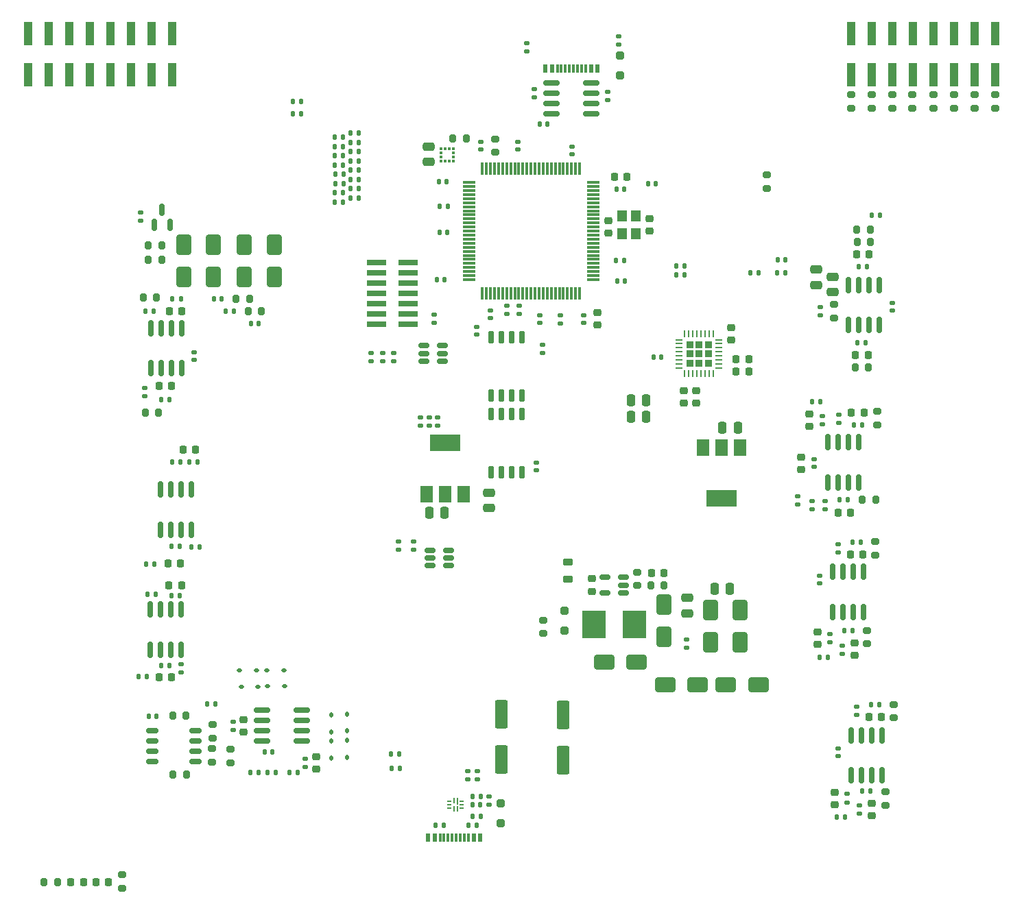
<source format=gbr>
G04 #@! TF.GenerationSoftware,KiCad,Pcbnew,7.0.11*
G04 #@! TF.CreationDate,2024-07-12T12:59:49+02:00*
G04 #@! TF.ProjectId,plinkyblack_hwmidi_jacks,706c696e-6b79-4626-9c61-636b5f68776d,rev?*
G04 #@! TF.SameCoordinates,Original*
G04 #@! TF.FileFunction,Paste,Top*
G04 #@! TF.FilePolarity,Positive*
%FSLAX46Y46*%
G04 Gerber Fmt 4.6, Leading zero omitted, Abs format (unit mm)*
G04 Created by KiCad (PCBNEW 7.0.11) date 2024-07-12 12:59:49*
%MOMM*%
%LPD*%
G01*
G04 APERTURE LIST*
G04 Aperture macros list*
%AMRoundRect*
0 Rectangle with rounded corners*
0 $1 Rounding radius*
0 $2 $3 $4 $5 $6 $7 $8 $9 X,Y pos of 4 corners*
0 Add a 4 corners polygon primitive as box body*
4,1,4,$2,$3,$4,$5,$6,$7,$8,$9,$2,$3,0*
0 Add four circle primitives for the rounded corners*
1,1,$1+$1,$2,$3*
1,1,$1+$1,$4,$5*
1,1,$1+$1,$6,$7*
1,1,$1+$1,$8,$9*
0 Add four rect primitives between the rounded corners*
20,1,$1+$1,$2,$3,$4,$5,0*
20,1,$1+$1,$4,$5,$6,$7,0*
20,1,$1+$1,$6,$7,$8,$9,0*
20,1,$1+$1,$8,$9,$2,$3,0*%
G04 Aperture macros list end*
%ADD10R,1.000000X3.000000*%
%ADD11RoundRect,0.250000X0.250000X0.475000X-0.250000X0.475000X-0.250000X-0.475000X0.250000X-0.475000X0*%
%ADD12RoundRect,0.250000X-0.250000X-0.475000X0.250000X-0.475000X0.250000X0.475000X-0.250000X0.475000X0*%
%ADD13RoundRect,0.225000X-0.225000X-0.250000X0.225000X-0.250000X0.225000X0.250000X-0.225000X0.250000X0*%
%ADD14RoundRect,0.140000X-0.170000X0.140000X-0.170000X-0.140000X0.170000X-0.140000X0.170000X0.140000X0*%
%ADD15RoundRect,0.225000X0.225000X0.250000X-0.225000X0.250000X-0.225000X-0.250000X0.225000X-0.250000X0*%
%ADD16RoundRect,0.140000X0.140000X0.170000X-0.140000X0.170000X-0.140000X-0.170000X0.140000X-0.170000X0*%
%ADD17RoundRect,0.250000X-0.550000X1.500000X-0.550000X-1.500000X0.550000X-1.500000X0.550000X1.500000X0*%
%ADD18RoundRect,0.225000X0.250000X-0.225000X0.250000X0.225000X-0.250000X0.225000X-0.250000X-0.225000X0*%
%ADD19RoundRect,0.135000X-0.185000X0.135000X-0.185000X-0.135000X0.185000X-0.135000X0.185000X0.135000X0*%
%ADD20RoundRect,0.135000X-0.135000X-0.185000X0.135000X-0.185000X0.135000X0.185000X-0.135000X0.185000X0*%
%ADD21RoundRect,0.200000X0.275000X-0.200000X0.275000X0.200000X-0.275000X0.200000X-0.275000X-0.200000X0*%
%ADD22RoundRect,0.200000X0.200000X0.275000X-0.200000X0.275000X-0.200000X-0.275000X0.200000X-0.275000X0*%
%ADD23RoundRect,0.135000X0.135000X0.185000X-0.135000X0.185000X-0.135000X-0.185000X0.135000X-0.185000X0*%
%ADD24RoundRect,0.135000X0.185000X-0.135000X0.185000X0.135000X-0.185000X0.135000X-0.185000X-0.135000X0*%
%ADD25RoundRect,0.200000X-0.275000X0.200000X-0.275000X-0.200000X0.275000X-0.200000X0.275000X0.200000X0*%
%ADD26RoundRect,0.150000X-0.150000X0.825000X-0.150000X-0.825000X0.150000X-0.825000X0.150000X0.825000X0*%
%ADD27R,1.500000X2.000000*%
%ADD28R,3.800000X2.000000*%
%ADD29RoundRect,0.150000X0.150000X-0.825000X0.150000X0.825000X-0.150000X0.825000X-0.150000X-0.825000X0*%
%ADD30RoundRect,0.140000X0.170000X-0.140000X0.170000X0.140000X-0.170000X0.140000X-0.170000X-0.140000X0*%
%ADD31RoundRect,0.140000X-0.140000X-0.170000X0.140000X-0.170000X0.140000X0.170000X-0.140000X0.170000X0*%
%ADD32RoundRect,0.250000X-0.475000X0.250000X-0.475000X-0.250000X0.475000X-0.250000X0.475000X0.250000X0*%
%ADD33RoundRect,0.225000X-0.250000X0.225000X-0.250000X-0.225000X0.250000X-0.225000X0.250000X0.225000X0*%
%ADD34R,1.200000X1.400000*%
%ADD35RoundRect,0.232500X-0.232500X0.232500X-0.232500X-0.232500X0.232500X-0.232500X0.232500X0.232500X0*%
%ADD36RoundRect,0.062500X-0.062500X0.375000X-0.062500X-0.375000X0.062500X-0.375000X0.062500X0.375000X0*%
%ADD37RoundRect,0.062500X-0.375000X0.062500X-0.375000X-0.062500X0.375000X-0.062500X0.375000X0.062500X0*%
%ADD38RoundRect,0.150000X0.150000X-0.650000X0.150000X0.650000X-0.150000X0.650000X-0.150000X-0.650000X0*%
%ADD39RoundRect,0.075000X0.725000X0.075000X-0.725000X0.075000X-0.725000X-0.075000X0.725000X-0.075000X0*%
%ADD40RoundRect,0.075000X0.075000X0.725000X-0.075000X0.725000X-0.075000X-0.725000X0.075000X-0.725000X0*%
%ADD41R,2.400000X0.740000*%
%ADD42RoundRect,0.218750X-0.381250X0.218750X-0.381250X-0.218750X0.381250X-0.218750X0.381250X0.218750X0*%
%ADD43RoundRect,0.250000X0.475000X-0.250000X0.475000X0.250000X-0.475000X0.250000X-0.475000X-0.250000X0*%
%ADD44RoundRect,0.250000X-0.650000X1.000000X-0.650000X-1.000000X0.650000X-1.000000X0.650000X1.000000X0*%
%ADD45RoundRect,0.250000X0.650000X-1.000000X0.650000X1.000000X-0.650000X1.000000X-0.650000X-1.000000X0*%
%ADD46R,3.000000X3.500000*%
%ADD47RoundRect,0.150000X0.512500X0.150000X-0.512500X0.150000X-0.512500X-0.150000X0.512500X-0.150000X0*%
%ADD48RoundRect,0.250000X-0.250000X0.250000X-0.250000X-0.250000X0.250000X-0.250000X0.250000X0.250000X0*%
%ADD49RoundRect,0.150000X0.150000X-0.587500X0.150000X0.587500X-0.150000X0.587500X-0.150000X-0.587500X0*%
%ADD50RoundRect,0.150000X-0.150000X0.650000X-0.150000X-0.650000X0.150000X-0.650000X0.150000X0.650000X0*%
%ADD51RoundRect,0.200000X-0.200000X-0.275000X0.200000X-0.275000X0.200000X0.275000X-0.200000X0.275000X0*%
%ADD52RoundRect,0.150000X0.825000X0.150000X-0.825000X0.150000X-0.825000X-0.150000X0.825000X-0.150000X0*%
%ADD53RoundRect,0.250000X-1.000000X-0.650000X1.000000X-0.650000X1.000000X0.650000X-1.000000X0.650000X0*%
%ADD54R,0.375000X0.350000*%
%ADD55R,0.350000X0.375000*%
%ADD56RoundRect,0.112500X-0.187500X-0.112500X0.187500X-0.112500X0.187500X0.112500X-0.187500X0.112500X0*%
%ADD57RoundRect,0.112500X0.187500X0.112500X-0.187500X0.112500X-0.187500X-0.112500X0.187500X-0.112500X0*%
%ADD58RoundRect,0.112500X0.112500X-0.187500X0.112500X0.187500X-0.112500X0.187500X-0.112500X-0.187500X0*%
%ADD59RoundRect,0.112500X-0.112500X0.187500X-0.112500X-0.187500X0.112500X-0.187500X0.112500X0.187500X0*%
%ADD60RoundRect,0.150000X0.625000X0.150000X-0.625000X0.150000X-0.625000X-0.150000X0.625000X-0.150000X0*%
%ADD61R,0.600000X1.140000*%
%ADD62R,0.300000X1.140000*%
%ADD63RoundRect,0.050000X-0.050000X0.362500X-0.050000X-0.362500X0.050000X-0.362500X0.050000X0.362500X0*%
%ADD64RoundRect,0.050000X-0.050000X0.312500X-0.050000X-0.312500X0.050000X-0.312500X0.050000X0.312500X0*%
%ADD65RoundRect,0.050000X-0.225000X0.050000X-0.225000X-0.050000X0.225000X-0.050000X0.225000X0.050000X0*%
%ADD66RoundRect,0.050000X-0.050000X0.325000X-0.050000X-0.325000X0.050000X-0.325000X0.050000X0.325000X0*%
%ADD67RoundRect,0.250000X1.000000X0.650000X-1.000000X0.650000X-1.000000X-0.650000X1.000000X-0.650000X0*%
%ADD68RoundRect,0.150000X-0.512500X-0.150000X0.512500X-0.150000X0.512500X0.150000X-0.512500X0.150000X0*%
%ADD69RoundRect,0.218750X0.218750X0.256250X-0.218750X0.256250X-0.218750X-0.256250X0.218750X-0.256250X0*%
%ADD70RoundRect,0.218750X-0.218750X-0.256250X0.218750X-0.256250X0.218750X0.256250X-0.218750X0.256250X0*%
G04 APERTURE END LIST*
D10*
X34290000Y-33000000D03*
X34290000Y-27960000D03*
X31750000Y-33000000D03*
X31750000Y-27960000D03*
X29210000Y-33000000D03*
X29210000Y-27960000D03*
X26670000Y-33000000D03*
X26670000Y-27960000D03*
X24130000Y-33000000D03*
X24130000Y-27960000D03*
X21590000Y-33000000D03*
X21590000Y-27960000D03*
X19050000Y-33000000D03*
X19050000Y-27960000D03*
X16510000Y-33000000D03*
X16510000Y-27960000D03*
X118110000Y-27960000D03*
X118110000Y-33000000D03*
X120650000Y-27960000D03*
X120650000Y-33000000D03*
X123190000Y-27960000D03*
X123190000Y-33000000D03*
X125730000Y-27960000D03*
X125730000Y-33000000D03*
X128270000Y-27960000D03*
X128270000Y-33000000D03*
X130810000Y-27960000D03*
X130810000Y-33000000D03*
X133350000Y-27960000D03*
X133350000Y-33000000D03*
X135890000Y-27960000D03*
X135890000Y-33000000D03*
D11*
X67904400Y-87147400D03*
X66004400Y-87147400D03*
D12*
X102161300Y-76619100D03*
X104061300Y-76619100D03*
D13*
X118605000Y-67691000D03*
X120155000Y-67691000D03*
X118732000Y-55245000D03*
X120282000Y-55245000D03*
D14*
X114173000Y-94897000D03*
X114173000Y-95857000D03*
D15*
X37144083Y-79349600D03*
X35594083Y-79349600D03*
X35300081Y-93377518D03*
X33750081Y-93377518D03*
D16*
X37610793Y-91356981D03*
X36650793Y-91356981D03*
D17*
X74930000Y-112008000D03*
X74930000Y-117608000D03*
D18*
X116078000Y-123203000D03*
X116078000Y-121653000D03*
X113919000Y-103391000D03*
X113919000Y-101841000D03*
X118491000Y-104788000D03*
X118491000Y-103238000D03*
D14*
X116459000Y-116233000D03*
X116459000Y-117193000D03*
D19*
X114300000Y-61720000D03*
X114300000Y-62740000D03*
D20*
X120648000Y-50419000D03*
X121668000Y-50419000D03*
D21*
X115951000Y-63055000D03*
X115951000Y-61405000D03*
D20*
X118870000Y-66167000D03*
X119890000Y-66167000D03*
X118972000Y-56769000D03*
X119992000Y-56769000D03*
D22*
X120205000Y-69215000D03*
X118555000Y-69215000D03*
D23*
X35272794Y-80892769D03*
X34252794Y-80892769D03*
X32073622Y-93463835D03*
X31053622Y-93463835D03*
X37418947Y-80890763D03*
X36398947Y-80890763D03*
X35202516Y-91312482D03*
X34182516Y-91312482D03*
D19*
X70776374Y-119067312D03*
X70776374Y-120087312D03*
X117551000Y-121893000D03*
X117551000Y-122913000D03*
D23*
X115191000Y-105029000D03*
X114171000Y-105029000D03*
X117350000Y-124714000D03*
X116330000Y-124714000D03*
D20*
X119429000Y-121539000D03*
X120449000Y-121539000D03*
D19*
X115443000Y-102106000D03*
X115443000Y-103126000D03*
D20*
X117219000Y-101727000D03*
X118239000Y-101727000D03*
D24*
X118745000Y-112143000D03*
X118745000Y-111123000D03*
X116459000Y-92077000D03*
X116459000Y-91057000D03*
D23*
X121541000Y-110871000D03*
X120521000Y-110871000D03*
D21*
X122301000Y-123253000D03*
X122301000Y-121603000D03*
X120015000Y-103314000D03*
X120015000Y-101664000D03*
D25*
X123317000Y-110808000D03*
X123317000Y-112458000D03*
X121031000Y-90716500D03*
X121031000Y-92366500D03*
D26*
X36601834Y-84293010D03*
X35331834Y-84293010D03*
X34061834Y-84293010D03*
X32791834Y-84293010D03*
X32791834Y-89243010D03*
X34061834Y-89243010D03*
X35331834Y-89243010D03*
X36601834Y-89243010D03*
D27*
X65670400Y-84836400D03*
X67970400Y-84836400D03*
D28*
X67970400Y-78536400D03*
D27*
X70270400Y-84836400D03*
X104395300Y-79057100D03*
X102095300Y-79057100D03*
D28*
X102095300Y-85357100D03*
D27*
X99795300Y-79057100D03*
D29*
X117729000Y-63943000D03*
X118999000Y-63943000D03*
X120269000Y-63943000D03*
X121539000Y-63943000D03*
X121539000Y-58993000D03*
X120269000Y-58993000D03*
X118999000Y-58993000D03*
X117729000Y-58993000D03*
D26*
X119634000Y-94426000D03*
X118364000Y-94426000D03*
X117094000Y-94426000D03*
X115824000Y-94426000D03*
X115824000Y-99376000D03*
X117094000Y-99376000D03*
X118364000Y-99376000D03*
X119634000Y-99376000D03*
X121920000Y-114619000D03*
X120650000Y-114619000D03*
X119380000Y-114619000D03*
X118110000Y-114619000D03*
X118110000Y-119569000D03*
X119380000Y-119569000D03*
X120650000Y-119569000D03*
X121920000Y-119569000D03*
D15*
X121806000Y-112395000D03*
X120256000Y-112395000D03*
D30*
X123190000Y-62202000D03*
X123190000Y-61242000D03*
D21*
X118110000Y-37147000D03*
X118110000Y-35497000D03*
X120650000Y-37147000D03*
X120650000Y-35497000D03*
X123190000Y-37147000D03*
X123190000Y-35497000D03*
X125603000Y-37147000D03*
X125603000Y-35497000D03*
X128270000Y-37147000D03*
X128270000Y-35497000D03*
X130810000Y-37172000D03*
X130810000Y-35522000D03*
X133350000Y-37147000D03*
X133350000Y-35497000D03*
X135890000Y-37147000D03*
X135890000Y-35497000D03*
D23*
X33938107Y-105996078D03*
X32918107Y-105996078D03*
X35157191Y-97358739D03*
X34137191Y-97358739D03*
X31084932Y-107396728D03*
X30064932Y-107396728D03*
X32252140Y-97229049D03*
X31232140Y-97229049D03*
D15*
X34151231Y-107422665D03*
X32601231Y-107422665D03*
X35396253Y-96087779D03*
X33846253Y-96087779D03*
D30*
X35357394Y-106835759D03*
X35357394Y-105875759D03*
D26*
X35359045Y-99085688D03*
X34089045Y-99085688D03*
X32819045Y-99085688D03*
X31549045Y-99085688D03*
X31549045Y-104035688D03*
X32819045Y-104035688D03*
X34089045Y-104035688D03*
X35359045Y-104035688D03*
D24*
X119126000Y-124335000D03*
X119126000Y-123315000D03*
X116967000Y-104586500D03*
X116967000Y-103566500D03*
D18*
X120650000Y-124600000D03*
X120650000Y-123050000D03*
D31*
X92992000Y-46482000D03*
X93952000Y-46482000D03*
D22*
X45275000Y-62230000D03*
X43625000Y-62230000D03*
D23*
X41912000Y-62230000D03*
X40892000Y-62230000D03*
D22*
X43776400Y-60706000D03*
X42126400Y-60706000D03*
D23*
X97538000Y-56642000D03*
X96518000Y-56642000D03*
D25*
X121285000Y-74613000D03*
X121285000Y-76263000D03*
D17*
X82550000Y-112135000D03*
X82550000Y-117735000D03*
D23*
X39551201Y-110771003D03*
X38531201Y-110771003D03*
D11*
X92771000Y-75311000D03*
X90871000Y-75311000D03*
X92771000Y-73279000D03*
X90871000Y-73279000D03*
D32*
X73406000Y-84648000D03*
X73406000Y-86548000D03*
D31*
X39398000Y-60706000D03*
X40358000Y-60706000D03*
D13*
X118097000Y-74739500D03*
X119647000Y-74739500D03*
D23*
X57279000Y-48260000D03*
X56259000Y-48260000D03*
X57279000Y-43688000D03*
X56259000Y-43688000D03*
X57279000Y-47117000D03*
X56259000Y-47117000D03*
X57279000Y-41402000D03*
X56259000Y-41402000D03*
X57279000Y-42545000D03*
X56259000Y-42545000D03*
D20*
X54354000Y-41910000D03*
X55374000Y-41910000D03*
D23*
X57279000Y-45974000D03*
X56259000Y-45974000D03*
D20*
X54354000Y-48768000D03*
X55374000Y-48768000D03*
X54354000Y-47625000D03*
X55374000Y-47625000D03*
X54354000Y-44196000D03*
X55374000Y-44196000D03*
X54354000Y-40767000D03*
X55374000Y-40767000D03*
X54377000Y-45339000D03*
X55397000Y-45339000D03*
X54354000Y-43053000D03*
X55374000Y-43053000D03*
D23*
X57279000Y-44831000D03*
X56259000Y-44831000D03*
X57279000Y-40259000D03*
X56259000Y-40259000D03*
D20*
X54377000Y-46482000D03*
X55397000Y-46482000D03*
D22*
X120459000Y-53721000D03*
X118809000Y-53721000D03*
D31*
X89055000Y-56007000D03*
X90015000Y-56007000D03*
D18*
X93218000Y-52337000D03*
X93218000Y-50787000D03*
D30*
X83600000Y-42880000D03*
X83600000Y-41920000D03*
X72390000Y-42263000D03*
X72390000Y-41303000D03*
D16*
X67853500Y-58318400D03*
X66893500Y-58318400D03*
D31*
X93665100Y-67894200D03*
X94625100Y-67894200D03*
D15*
X105423000Y-69723000D03*
X103873000Y-69723000D03*
D33*
X98907600Y-72072200D03*
X98907600Y-73622200D03*
X97383600Y-72072200D03*
X97383600Y-73622200D03*
X86741000Y-62432900D03*
X86741000Y-63982900D03*
D18*
X103251000Y-65799000D03*
X103251000Y-64249000D03*
D13*
X103873000Y-68148200D03*
X105423000Y-68148200D03*
D19*
X82169000Y-62736000D03*
X82169000Y-63756000D03*
D25*
X74168000Y-40958000D03*
X74168000Y-42608000D03*
D22*
X70548000Y-40894000D03*
X68898000Y-40894000D03*
D16*
X90142000Y-58521600D03*
X89182000Y-58521600D03*
D34*
X91528000Y-52662000D03*
X91528000Y-50462000D03*
X89828000Y-50462000D03*
X89828000Y-52662000D03*
D14*
X76936600Y-41303000D03*
X76936600Y-42263000D03*
D35*
X100438600Y-66363200D03*
X99288600Y-66363200D03*
X98138600Y-66363200D03*
X100438600Y-67513200D03*
X99288600Y-67513200D03*
X98138600Y-67513200D03*
X100438600Y-68663200D03*
X99288600Y-68663200D03*
X98138600Y-68663200D03*
D36*
X101038600Y-65075700D03*
X100538600Y-65075700D03*
X100038600Y-65075700D03*
X99538600Y-65075700D03*
X99038600Y-65075700D03*
X98538600Y-65075700D03*
X98038600Y-65075700D03*
X97538600Y-65075700D03*
D37*
X96851100Y-65763200D03*
X96851100Y-66263200D03*
X96851100Y-66763200D03*
X96851100Y-67263200D03*
X96851100Y-67763200D03*
X96851100Y-68263200D03*
X96851100Y-68763200D03*
X96851100Y-69263200D03*
D36*
X97538600Y-69950700D03*
X98038600Y-69950700D03*
X98538600Y-69950700D03*
X99038600Y-69950700D03*
X99538600Y-69950700D03*
X100038600Y-69950700D03*
X100538600Y-69950700D03*
X101038600Y-69950700D03*
D37*
X101726100Y-69263200D03*
X101726100Y-68763200D03*
X101726100Y-68263200D03*
X101726100Y-67763200D03*
X101726100Y-67263200D03*
X101726100Y-66763200D03*
X101726100Y-66263200D03*
X101726100Y-65763200D03*
D30*
X73533000Y-63091000D03*
X73533000Y-62131000D03*
D31*
X89118500Y-47205900D03*
X90078500Y-47205900D03*
D30*
X79629000Y-63726000D03*
X79629000Y-62766000D03*
D31*
X67312600Y-49326800D03*
X68272600Y-49326800D03*
D14*
X85090000Y-62727900D03*
X85090000Y-63687900D03*
D31*
X67160200Y-46278800D03*
X68120200Y-46278800D03*
X67261800Y-52527200D03*
X68221800Y-52527200D03*
D38*
X73660000Y-72688000D03*
X74930000Y-72688000D03*
X76200000Y-72688000D03*
X77470000Y-72688000D03*
X77470000Y-65488000D03*
X76200000Y-65488000D03*
X74930000Y-65488000D03*
X73660000Y-65488000D03*
D30*
X71882000Y-65123000D03*
X71882000Y-64163000D03*
D39*
X86224500Y-58349400D03*
X86224500Y-57849400D03*
X86224500Y-57349400D03*
X86224500Y-56849400D03*
X86224500Y-56349400D03*
X86224500Y-55849400D03*
X86224500Y-55349400D03*
X86224500Y-54849400D03*
X86224500Y-54349400D03*
X86224500Y-53849400D03*
X86224500Y-53349400D03*
X86224500Y-52849400D03*
X86224500Y-52349400D03*
X86224500Y-51849400D03*
X86224500Y-51349400D03*
X86224500Y-50849400D03*
X86224500Y-50349400D03*
X86224500Y-49849400D03*
X86224500Y-49349400D03*
X86224500Y-48849400D03*
X86224500Y-48349400D03*
X86224500Y-47849400D03*
X86224500Y-47349400D03*
X86224500Y-46849400D03*
X86224500Y-46349400D03*
D40*
X84549500Y-44674400D03*
X84049500Y-44674400D03*
X83549500Y-44674400D03*
X83049500Y-44674400D03*
X82549500Y-44674400D03*
X82049500Y-44674400D03*
X81549500Y-44674400D03*
X81049500Y-44674400D03*
X80549500Y-44674400D03*
X80049500Y-44674400D03*
X79549500Y-44674400D03*
X79049500Y-44674400D03*
X78549500Y-44674400D03*
X78049500Y-44674400D03*
X77549500Y-44674400D03*
X77049500Y-44674400D03*
X76549500Y-44674400D03*
X76049500Y-44674400D03*
X75549500Y-44674400D03*
X75049500Y-44674400D03*
X74549500Y-44674400D03*
X74049500Y-44674400D03*
X73549500Y-44674400D03*
X73049500Y-44674400D03*
X72549500Y-44674400D03*
D39*
X70874500Y-46349400D03*
X70874500Y-46849400D03*
X70874500Y-47349400D03*
X70874500Y-47849400D03*
X70874500Y-48349400D03*
X70874500Y-48849400D03*
X70874500Y-49349400D03*
X70874500Y-49849400D03*
X70874500Y-50349400D03*
X70874500Y-50849400D03*
X70874500Y-51349400D03*
X70874500Y-51849400D03*
X70874500Y-52349400D03*
X70874500Y-52849400D03*
X70874500Y-53349400D03*
X70874500Y-53849400D03*
X70874500Y-54349400D03*
X70874500Y-54849400D03*
X70874500Y-55349400D03*
X70874500Y-55849400D03*
X70874500Y-56349400D03*
X70874500Y-56849400D03*
X70874500Y-57349400D03*
X70874500Y-57849400D03*
X70874500Y-58349400D03*
D40*
X72549500Y-60024400D03*
X73049500Y-60024400D03*
X73549500Y-60024400D03*
X74049500Y-60024400D03*
X74549500Y-60024400D03*
X75049500Y-60024400D03*
X75549500Y-60024400D03*
X76049500Y-60024400D03*
X76549500Y-60024400D03*
X77049500Y-60024400D03*
X77549500Y-60024400D03*
X78049500Y-60024400D03*
X78549500Y-60024400D03*
X79049500Y-60024400D03*
X79549500Y-60024400D03*
X80049500Y-60024400D03*
X80549500Y-60024400D03*
X81049500Y-60024400D03*
X81549500Y-60024400D03*
X82049500Y-60024400D03*
X82549500Y-60024400D03*
X83049500Y-60024400D03*
X83549500Y-60024400D03*
X84049500Y-60024400D03*
X84549500Y-60024400D03*
D33*
X112903000Y-74917000D03*
X112903000Y-76467000D03*
D13*
X116446000Y-87122000D03*
X117996000Y-87122000D03*
D33*
X111887000Y-80251000D03*
X111887000Y-81801000D03*
D14*
X113538000Y-80546000D03*
X113538000Y-81506000D03*
D23*
X114238000Y-73406000D03*
X113218000Y-73406000D03*
D22*
X121094000Y-85534500D03*
X119444000Y-85534500D03*
D20*
X116648000Y-85534500D03*
X117668000Y-85534500D03*
D26*
X118999000Y-78424000D03*
X117729000Y-78424000D03*
X116459000Y-78424000D03*
X115189000Y-78424000D03*
X115189000Y-83374000D03*
X116459000Y-83374000D03*
X117729000Y-83374000D03*
X118999000Y-83374000D03*
D20*
X118388000Y-76327000D03*
X119408000Y-76327000D03*
D19*
X113284000Y-85723000D03*
X113284000Y-86743000D03*
D24*
X111506000Y-86108000D03*
X111506000Y-85088000D03*
D19*
X116586000Y-74991500D03*
X116586000Y-76011500D03*
D24*
X114872000Y-86743000D03*
X114872000Y-85723000D03*
X114554000Y-76202000D03*
X114554000Y-75182000D03*
D16*
X44930000Y-63754000D03*
X43970000Y-63754000D03*
D13*
X88823500Y-45681900D03*
X90373500Y-45681900D03*
D41*
X59518000Y-56261000D03*
X63418000Y-56261000D03*
X59518000Y-57531000D03*
X63418000Y-57531000D03*
X59518000Y-58801000D03*
X63418000Y-58801000D03*
X59518000Y-60071000D03*
X63418000Y-60071000D03*
X59518000Y-61341000D03*
X63418000Y-61341000D03*
X59518000Y-62611000D03*
X63418000Y-62611000D03*
X59518000Y-63881000D03*
X63418000Y-63881000D03*
D14*
X66600000Y-62700000D03*
X66600000Y-63660000D03*
D33*
X88138000Y-51041000D03*
X88138000Y-52591000D03*
D16*
X109954000Y-55880000D03*
X108994000Y-55880000D03*
D23*
X106682000Y-57531000D03*
X105662000Y-57531000D03*
X109984000Y-57531000D03*
X108964000Y-57531000D03*
D42*
X83123000Y-93234500D03*
X83123000Y-95359500D03*
D31*
X49177000Y-36322000D03*
X50137000Y-36322000D03*
D43*
X115824000Y-59878000D03*
X115824000Y-57978000D03*
D32*
X113792000Y-57089000D03*
X113792000Y-58989000D03*
D22*
X120433500Y-52197000D03*
X118783500Y-52197000D03*
D15*
X119520000Y-92329000D03*
X117970000Y-92329000D03*
D18*
X86044000Y-96850000D03*
X86044000Y-95300000D03*
D14*
X97728000Y-102834000D03*
X97728000Y-103794000D03*
D32*
X97855000Y-97665000D03*
X97855000Y-99565000D03*
D44*
X94997500Y-98456500D03*
X94997500Y-102456500D03*
X100712500Y-99155000D03*
X100712500Y-103155000D03*
D45*
X104395500Y-103155000D03*
X104395500Y-99155000D03*
D46*
X86338000Y-100901000D03*
X91338000Y-100901000D03*
D25*
X91632000Y-94488000D03*
X91632000Y-96138000D03*
D47*
X89975500Y-97025000D03*
X89975500Y-96075000D03*
X89975500Y-95125000D03*
X87700500Y-95125000D03*
X87700500Y-97025000D03*
D22*
X94997000Y-96075000D03*
X93347000Y-96075000D03*
D13*
X93397000Y-94551000D03*
X94947000Y-94551000D03*
D11*
X103123000Y-96519500D03*
X101223000Y-96519500D03*
D23*
X44943218Y-119190969D03*
X43923218Y-119190969D03*
D48*
X82678500Y-99206500D03*
X82678500Y-101706500D03*
D21*
X80075000Y-102043500D03*
X80075000Y-100393500D03*
D49*
X32070000Y-51610500D03*
X33970000Y-51610500D03*
X33020000Y-49735500D03*
D24*
X30353000Y-51081500D03*
X30353000Y-50061500D03*
D19*
X71902283Y-119067312D03*
X71902283Y-120087312D03*
X80010000Y-66419000D03*
X80010000Y-67439000D03*
D31*
X49177000Y-37846000D03*
X50137000Y-37846000D03*
D30*
X79248000Y-81912500D03*
X79248000Y-80952500D03*
D50*
X77441000Y-74954000D03*
X76171000Y-74954000D03*
X74901000Y-74954000D03*
X73631000Y-74954000D03*
X73631000Y-82154000D03*
X74901000Y-82154000D03*
X76171000Y-82154000D03*
X77441000Y-82154000D03*
D24*
X75565000Y-62613000D03*
X75565000Y-61593000D03*
X77089000Y-62613000D03*
X77089000Y-61593000D03*
D25*
X107696000Y-45403000D03*
X107696000Y-47053000D03*
D20*
X61339000Y-118745000D03*
X62359000Y-118745000D03*
D23*
X47033712Y-119218476D03*
X46013712Y-119218476D03*
D45*
X43180000Y-58007000D03*
X43180000Y-54007000D03*
D44*
X46863000Y-54007000D03*
X46863000Y-58007000D03*
D45*
X35687000Y-58007000D03*
X35687000Y-54007000D03*
D44*
X39370000Y-54007000D03*
X39370000Y-58007000D03*
D23*
X97538000Y-57785000D03*
X96518000Y-57785000D03*
D31*
X71347483Y-123190000D03*
X72307483Y-123190000D03*
D47*
X68392983Y-93660000D03*
X68392983Y-92710000D03*
X68392983Y-91760000D03*
X66117983Y-91760000D03*
X66117983Y-92710000D03*
X66117983Y-93660000D03*
D15*
X34176000Y-71501000D03*
X32626000Y-71501000D03*
X35446000Y-62230000D03*
X33896000Y-62230000D03*
D23*
X33911000Y-73152000D03*
X32891000Y-73152000D03*
D14*
X37000000Y-67320000D03*
X37000000Y-68280000D03*
D19*
X30861000Y-71753000D03*
X30861000Y-72773000D03*
D23*
X32006000Y-62230000D03*
X30986000Y-62230000D03*
X35310000Y-60706000D03*
X34290000Y-60706000D03*
D26*
X35433000Y-64327000D03*
X34163000Y-64327000D03*
X32893000Y-64327000D03*
X31623000Y-64327000D03*
X31623000Y-69277000D03*
X32893000Y-69277000D03*
X34163000Y-69277000D03*
X35433000Y-69277000D03*
D51*
X30925000Y-74803000D03*
X32575000Y-74803000D03*
D22*
X32956000Y-55880000D03*
X31306000Y-55880000D03*
X32956000Y-54102000D03*
X31306000Y-54102000D03*
D51*
X30671000Y-60579000D03*
X32321000Y-60579000D03*
D23*
X119229500Y-90805000D03*
X118209500Y-90805000D03*
D18*
X51994605Y-118795708D03*
X51994605Y-117245708D03*
D33*
X43081592Y-112687071D03*
X43081592Y-114237071D03*
D19*
X50644646Y-117527796D03*
X50644646Y-118547796D03*
D24*
X41797248Y-113990419D03*
X41797248Y-112970419D03*
D52*
X50252983Y-115374142D03*
X50252983Y-114104142D03*
X50252983Y-112834142D03*
X50252983Y-111564142D03*
X45302983Y-111564142D03*
X45302983Y-112834142D03*
X45302983Y-114104142D03*
X45302983Y-115374142D03*
D16*
X46622778Y-116664333D03*
X45662778Y-116664333D03*
D43*
X65950174Y-43789752D03*
X65950174Y-41889752D03*
D53*
X87600000Y-105600000D03*
X91600000Y-105600000D03*
D54*
X68961500Y-43676000D03*
X68961500Y-43176000D03*
X68961500Y-42676000D03*
X68961500Y-42176000D03*
D55*
X68449000Y-42163500D03*
X67949000Y-42163500D03*
D54*
X67436500Y-42176000D03*
X67436500Y-42676000D03*
X67436500Y-43176000D03*
X67436500Y-43676000D03*
D55*
X67949000Y-43688500D03*
X68449000Y-43688500D03*
D56*
X46015762Y-108588453D03*
X48115762Y-108588453D03*
D57*
X48033711Y-106619236D03*
X45933711Y-106619236D03*
D56*
X42766553Y-108604863D03*
X44866553Y-108604863D03*
D57*
X44669632Y-106619236D03*
X42569632Y-106619236D03*
D58*
X55837026Y-114097081D03*
X55837026Y-111997081D03*
D59*
X53861159Y-112095874D03*
X53861159Y-114195874D03*
D58*
X55837026Y-117324330D03*
X55837026Y-115224330D03*
D59*
X53861159Y-115323123D03*
X53861159Y-117423123D03*
D22*
X20087579Y-132759169D03*
X18437579Y-132759169D03*
D20*
X48709350Y-119218476D03*
X49729350Y-119218476D03*
D19*
X58822683Y-67409600D03*
X58822683Y-68429600D03*
D20*
X61284205Y-116910763D03*
X62304205Y-116910763D03*
D60*
X37116161Y-117850344D03*
X37116161Y-116580344D03*
X37116161Y-115310344D03*
X37116161Y-114040344D03*
X31766161Y-114040344D03*
X31766161Y-115310344D03*
X31766161Y-116580344D03*
X31766161Y-117850344D03*
D61*
X86745928Y-32242273D03*
X85945928Y-32242273D03*
D62*
X84795928Y-32242273D03*
X83795928Y-32242273D03*
X83295928Y-32242273D03*
X82295928Y-32242273D03*
D61*
X80345928Y-32242273D03*
X81145928Y-32242273D03*
D62*
X81795928Y-32242273D03*
X82795928Y-32242273D03*
X84295928Y-32242273D03*
X85295928Y-32242273D03*
D19*
X73351483Y-122172000D03*
X73351483Y-123192000D03*
D48*
X89505883Y-30652400D03*
X89505883Y-33152400D03*
D19*
X67052283Y-76354400D03*
X67052283Y-75334400D03*
D63*
X69439883Y-122748800D03*
D64*
X69039883Y-122698800D03*
D65*
X68464883Y-122823800D03*
X68464883Y-123223800D03*
X68464883Y-123623800D03*
D66*
X69039883Y-123748800D03*
D64*
X69439883Y-123748800D03*
D65*
X70014883Y-123623800D03*
X70014883Y-123223800D03*
X70014883Y-122823800D03*
D16*
X80593742Y-39173783D03*
X79633742Y-39173783D03*
X32316578Y-112255652D03*
X31356578Y-112255652D03*
D19*
X61616683Y-67409600D03*
X61616683Y-68429600D03*
D25*
X28059123Y-131848972D03*
X28059123Y-133498972D03*
D24*
X64055083Y-91746800D03*
X64055083Y-90726800D03*
D19*
X60245083Y-67409600D03*
X60245083Y-68429600D03*
D21*
X41429533Y-118014671D03*
X41429533Y-116364671D03*
D51*
X34295074Y-112238607D03*
X35945074Y-112238607D03*
D19*
X65985483Y-75334400D03*
X65985483Y-76354400D03*
D21*
X39230562Y-114955615D03*
X39230562Y-113305615D03*
D67*
X106600000Y-108400000D03*
X102600000Y-108400000D03*
D24*
X89353483Y-29313600D03*
X89353483Y-28293600D03*
D61*
X65871311Y-127254022D03*
X66671311Y-127254022D03*
D62*
X67821311Y-127254022D03*
X68821311Y-127254022D03*
X69321311Y-127254022D03*
X70321311Y-127254022D03*
D61*
X72271311Y-127254022D03*
X71471311Y-127254022D03*
D62*
X70821311Y-127254022D03*
X69821311Y-127254022D03*
X68321311Y-127254022D03*
X67321311Y-127254022D03*
D52*
X85998625Y-37887029D03*
X85998625Y-36617029D03*
X85998625Y-35347029D03*
X85998625Y-34077029D03*
X81048625Y-34077029D03*
X81048625Y-35347029D03*
X81048625Y-36617029D03*
X81048625Y-37887029D03*
D24*
X62175483Y-91696000D03*
X62175483Y-90676000D03*
D20*
X66745483Y-125780800D03*
X67765483Y-125780800D03*
D68*
X65355983Y-66512400D03*
X65355983Y-67462400D03*
X65355983Y-68412400D03*
X67630983Y-68412400D03*
X67630983Y-67462400D03*
X67630983Y-66512400D03*
D20*
X70860283Y-125730000D03*
X71880283Y-125730000D03*
D69*
X23288116Y-132780468D03*
X21713116Y-132780468D03*
D48*
X74824683Y-123006800D03*
X74824683Y-125506800D03*
D19*
X78025083Y-29106400D03*
X78025083Y-30126400D03*
X64918683Y-75334400D03*
X64918683Y-76354400D03*
D70*
X24842222Y-132780468D03*
X26417222Y-132780468D03*
D53*
X95100000Y-108400000D03*
X99100000Y-108400000D03*
D22*
X35998083Y-119504025D03*
X34348083Y-119504025D03*
D25*
X39185768Y-116273175D03*
X39185768Y-117923175D03*
D24*
X78986605Y-35847703D03*
X78986605Y-34827703D03*
D23*
X72337483Y-122224800D03*
X71317483Y-122224800D03*
D19*
X88024743Y-35152698D03*
X88024743Y-36172698D03*
D20*
X71317483Y-124612400D03*
X72337483Y-124612400D03*
M02*

</source>
